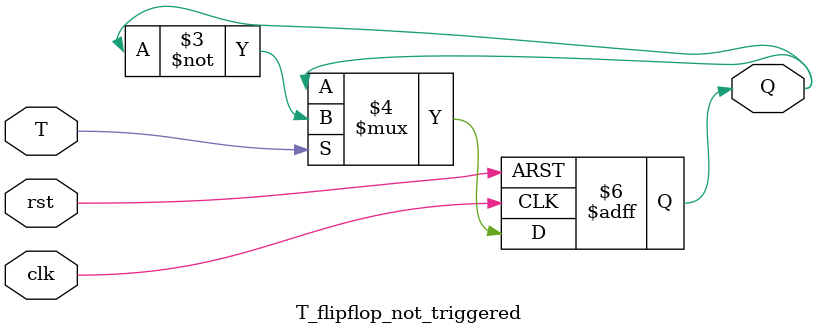
<source format=v>
`timescale 1ns / 1ps


module T_flipflop_not_triggered(clk, rst, T, Q);
input T, clk, rst;
output reg Q;
always @(posedge clk or negedge rst)
begin
    if(!rst)
        Q <= 1'b0;
    else if(T)
        Q <= ~Q;
end
endmodule

</source>
